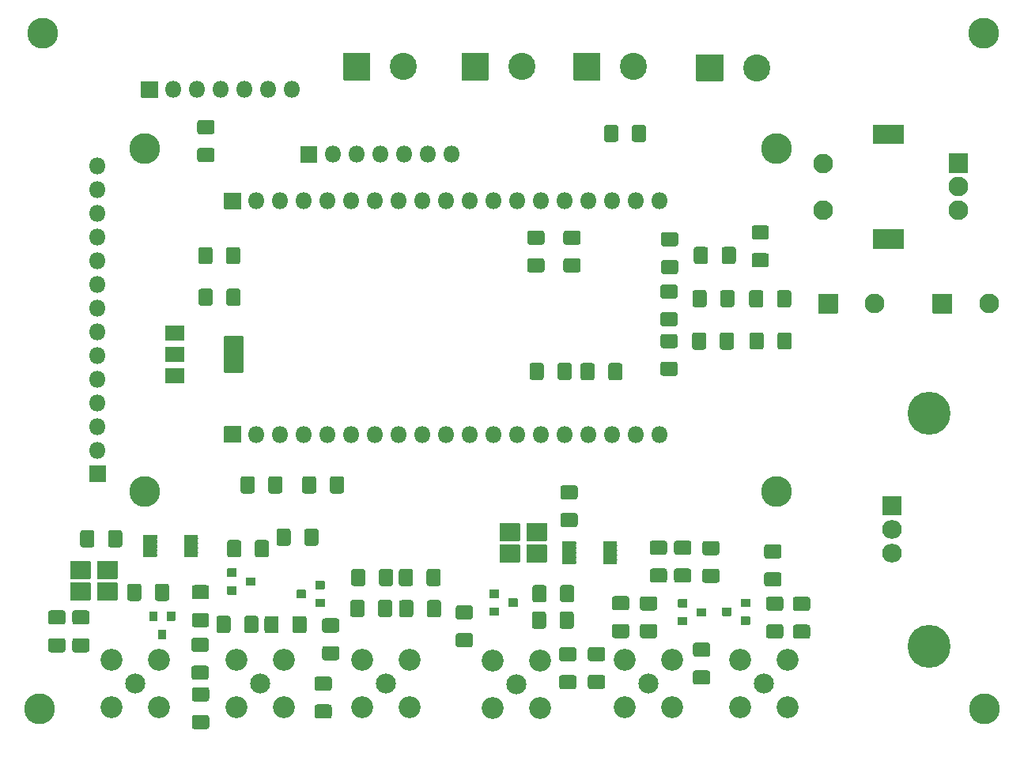
<source format=gbr>
G04 #@! TF.GenerationSoftware,KiCad,Pcbnew,(5.1.9)-1*
G04 #@! TF.CreationDate,2021-04-03T17:20:52+02:00*
G04 #@! TF.ProjectId,vfo-pcb,76666f2d-7063-4622-9e6b-696361645f70,rev?*
G04 #@! TF.SameCoordinates,Original*
G04 #@! TF.FileFunction,Soldermask,Top*
G04 #@! TF.FilePolarity,Negative*
%FSLAX46Y46*%
G04 Gerber Fmt 4.6, Leading zero omitted, Abs format (unit mm)*
G04 Created by KiCad (PCBNEW (5.1.9)-1) date 2021-04-03 17:20:52*
%MOMM*%
%LPD*%
G01*
G04 APERTURE LIST*
%ADD10C,2.102000*%
%ADD11C,3.302000*%
%ADD12C,4.602880*%
%ADD13O,1.802000X1.802000*%
%ADD14C,2.902000*%
%ADD15O,2.102000X2.007000*%
%ADD16C,2.152000*%
%ADD17C,2.352000*%
%ADD18C,0.100000*%
G04 APERTURE END LIST*
D10*
X147610000Y-84980000D03*
G36*
G01*
X141559000Y-85980000D02*
X141559000Y-83980000D01*
G75*
G02*
X141610000Y-83929000I51000J0D01*
G01*
X143610000Y-83929000D01*
G75*
G02*
X143661000Y-83980000I0J-51000D01*
G01*
X143661000Y-85980000D01*
G75*
G02*
X143610000Y-86031000I-51000J0D01*
G01*
X141610000Y-86031000D01*
G75*
G02*
X141559000Y-85980000I0J51000D01*
G01*
G37*
X135390000Y-84980000D03*
G36*
G01*
X129339000Y-85980000D02*
X129339000Y-83980000D01*
G75*
G02*
X129390000Y-83929000I51000J0D01*
G01*
X131390000Y-83929000D01*
G75*
G02*
X131441000Y-83980000I0J-51000D01*
G01*
X131441000Y-85980000D01*
G75*
G02*
X131390000Y-86031000I-51000J0D01*
G01*
X129390000Y-86031000D01*
G75*
G02*
X129339000Y-85980000I0J51000D01*
G01*
G37*
G36*
G01*
X63095894Y-68288000D02*
X64412106Y-68288000D01*
G75*
G02*
X64680000Y-68555894I0J-267894D01*
G01*
X64680000Y-69547106D01*
G75*
G02*
X64412106Y-69815000I-267894J0D01*
G01*
X63095894Y-69815000D01*
G75*
G02*
X62828000Y-69547106I0J267894D01*
G01*
X62828000Y-68555894D01*
G75*
G02*
X63095894Y-68288000I267894J0D01*
G01*
G37*
G36*
G01*
X63095894Y-65313000D02*
X64412106Y-65313000D01*
G75*
G02*
X64680000Y-65580894I0J-267894D01*
G01*
X64680000Y-66572106D01*
G75*
G02*
X64412106Y-66840000I-267894J0D01*
G01*
X63095894Y-66840000D01*
G75*
G02*
X62828000Y-66572106I0J267894D01*
G01*
X62828000Y-65580894D01*
G75*
G02*
X63095894Y-65313000I267894J0D01*
G01*
G37*
G36*
G01*
X75641894Y-127924000D02*
X76958106Y-127924000D01*
G75*
G02*
X77226000Y-128191894I0J-267894D01*
G01*
X77226000Y-129183106D01*
G75*
G02*
X76958106Y-129451000I-267894J0D01*
G01*
X75641894Y-129451000D01*
G75*
G02*
X75374000Y-129183106I0J267894D01*
G01*
X75374000Y-128191894D01*
G75*
G02*
X75641894Y-127924000I267894J0D01*
G01*
G37*
G36*
G01*
X75641894Y-124949000D02*
X76958106Y-124949000D01*
G75*
G02*
X77226000Y-125216894I0J-267894D01*
G01*
X77226000Y-126208106D01*
G75*
G02*
X76958106Y-126476000I-267894J0D01*
G01*
X75641894Y-126476000D01*
G75*
G02*
X75374000Y-126208106I0J267894D01*
G01*
X75374000Y-125216894D01*
G75*
G02*
X75641894Y-124949000I267894J0D01*
G01*
G37*
G36*
G01*
X62516894Y-129049000D02*
X63833106Y-129049000D01*
G75*
G02*
X64101000Y-129316894I0J-267894D01*
G01*
X64101000Y-130308106D01*
G75*
G02*
X63833106Y-130576000I-267894J0D01*
G01*
X62516894Y-130576000D01*
G75*
G02*
X62249000Y-130308106I0J267894D01*
G01*
X62249000Y-129316894D01*
G75*
G02*
X62516894Y-129049000I267894J0D01*
G01*
G37*
G36*
G01*
X62516894Y-126074000D02*
X63833106Y-126074000D01*
G75*
G02*
X64101000Y-126341894I0J-267894D01*
G01*
X64101000Y-127333106D01*
G75*
G02*
X63833106Y-127601000I-267894J0D01*
G01*
X62516894Y-127601000D01*
G75*
G02*
X62249000Y-127333106I0J267894D01*
G01*
X62249000Y-126341894D01*
G75*
G02*
X62516894Y-126074000I267894J0D01*
G01*
G37*
G36*
G01*
X80826000Y-113666894D02*
X80826000Y-114983106D01*
G75*
G02*
X80558106Y-115251000I-267894J0D01*
G01*
X79566894Y-115251000D01*
G75*
G02*
X79299000Y-114983106I0J267894D01*
G01*
X79299000Y-113666894D01*
G75*
G02*
X79566894Y-113399000I267894J0D01*
G01*
X80558106Y-113399000D01*
G75*
G02*
X80826000Y-113666894I0J-267894D01*
G01*
G37*
G36*
G01*
X83801000Y-113666894D02*
X83801000Y-114983106D01*
G75*
G02*
X83533106Y-115251000I-267894J0D01*
G01*
X82541894Y-115251000D01*
G75*
G02*
X82274000Y-114983106I0J267894D01*
G01*
X82274000Y-113666894D01*
G75*
G02*
X82541894Y-113399000I267894J0D01*
G01*
X83533106Y-113399000D01*
G75*
G02*
X83801000Y-113666894I0J-267894D01*
G01*
G37*
G36*
G01*
X66401000Y-118691894D02*
X66401000Y-120008106D01*
G75*
G02*
X66133106Y-120276000I-267894J0D01*
G01*
X65141894Y-120276000D01*
G75*
G02*
X64874000Y-120008106I0J267894D01*
G01*
X64874000Y-118691894D01*
G75*
G02*
X65141894Y-118424000I267894J0D01*
G01*
X66133106Y-118424000D01*
G75*
G02*
X66401000Y-118691894I0J-267894D01*
G01*
G37*
G36*
G01*
X69376000Y-118691894D02*
X69376000Y-120008106D01*
G75*
G02*
X69108106Y-120276000I-267894J0D01*
G01*
X68116894Y-120276000D01*
G75*
G02*
X67849000Y-120008106I0J267894D01*
G01*
X67849000Y-118691894D01*
G75*
G02*
X68116894Y-118424000I267894J0D01*
G01*
X69108106Y-118424000D01*
G75*
G02*
X69376000Y-118691894I0J-267894D01*
G01*
G37*
G36*
G01*
X47116894Y-120824000D02*
X48433106Y-120824000D01*
G75*
G02*
X48701000Y-121091894I0J-267894D01*
G01*
X48701000Y-122083106D01*
G75*
G02*
X48433106Y-122351000I-267894J0D01*
G01*
X47116894Y-122351000D01*
G75*
G02*
X46849000Y-122083106I0J267894D01*
G01*
X46849000Y-121091894D01*
G75*
G02*
X47116894Y-120824000I267894J0D01*
G01*
G37*
G36*
G01*
X47116894Y-117849000D02*
X48433106Y-117849000D01*
G75*
G02*
X48701000Y-118116894I0J-267894D01*
G01*
X48701000Y-119108106D01*
G75*
G02*
X48433106Y-119376000I-267894J0D01*
G01*
X47116894Y-119376000D01*
G75*
G02*
X46849000Y-119108106I0J267894D01*
G01*
X46849000Y-118116894D01*
G75*
G02*
X47116894Y-117849000I267894J0D01*
G01*
G37*
G36*
G01*
X80726000Y-116991894D02*
X80726000Y-118308106D01*
G75*
G02*
X80458106Y-118576000I-267894J0D01*
G01*
X79466894Y-118576000D01*
G75*
G02*
X79199000Y-118308106I0J267894D01*
G01*
X79199000Y-116991894D01*
G75*
G02*
X79466894Y-116724000I267894J0D01*
G01*
X80458106Y-116724000D01*
G75*
G02*
X80726000Y-116991894I0J-267894D01*
G01*
G37*
G36*
G01*
X83701000Y-116991894D02*
X83701000Y-118308106D01*
G75*
G02*
X83433106Y-118576000I-267894J0D01*
G01*
X82441894Y-118576000D01*
G75*
G02*
X82174000Y-118308106I0J267894D01*
G01*
X82174000Y-116991894D01*
G75*
G02*
X82441894Y-116724000I267894J0D01*
G01*
X83433106Y-116724000D01*
G75*
G02*
X83701000Y-116991894I0J-267894D01*
G01*
G37*
G36*
G01*
X106233106Y-123301000D02*
X104916894Y-123301000D01*
G75*
G02*
X104649000Y-123033106I0J267894D01*
G01*
X104649000Y-122041894D01*
G75*
G02*
X104916894Y-121774000I267894J0D01*
G01*
X106233106Y-121774000D01*
G75*
G02*
X106501000Y-122041894I0J-267894D01*
G01*
X106501000Y-123033106D01*
G75*
G02*
X106233106Y-123301000I-267894J0D01*
G01*
G37*
G36*
G01*
X106233106Y-126276000D02*
X104916894Y-126276000D01*
G75*
G02*
X104649000Y-126008106I0J267894D01*
G01*
X104649000Y-125016894D01*
G75*
G02*
X104916894Y-124749000I267894J0D01*
G01*
X106233106Y-124749000D01*
G75*
G02*
X106501000Y-125016894I0J-267894D01*
G01*
X106501000Y-126008106D01*
G75*
G02*
X106233106Y-126276000I-267894J0D01*
G01*
G37*
G36*
G01*
X103158106Y-123326000D02*
X101841894Y-123326000D01*
G75*
G02*
X101574000Y-123058106I0J267894D01*
G01*
X101574000Y-122066894D01*
G75*
G02*
X101841894Y-121799000I267894J0D01*
G01*
X103158106Y-121799000D01*
G75*
G02*
X103426000Y-122066894I0J-267894D01*
G01*
X103426000Y-123058106D01*
G75*
G02*
X103158106Y-123326000I-267894J0D01*
G01*
G37*
G36*
G01*
X103158106Y-126301000D02*
X101841894Y-126301000D01*
G75*
G02*
X101574000Y-126033106I0J267894D01*
G01*
X101574000Y-125041894D01*
G75*
G02*
X101841894Y-124774000I267894J0D01*
G01*
X103158106Y-124774000D01*
G75*
G02*
X103426000Y-125041894I0J-267894D01*
G01*
X103426000Y-126033106D01*
G75*
G02*
X103158106Y-126301000I-267894J0D01*
G01*
G37*
G36*
G01*
X107491894Y-119299000D02*
X108808106Y-119299000D01*
G75*
G02*
X109076000Y-119566894I0J-267894D01*
G01*
X109076000Y-120558106D01*
G75*
G02*
X108808106Y-120826000I-267894J0D01*
G01*
X107491894Y-120826000D01*
G75*
G02*
X107224000Y-120558106I0J267894D01*
G01*
X107224000Y-119566894D01*
G75*
G02*
X107491894Y-119299000I267894J0D01*
G01*
G37*
G36*
G01*
X107491894Y-116324000D02*
X108808106Y-116324000D01*
G75*
G02*
X109076000Y-116591894I0J-267894D01*
G01*
X109076000Y-117583106D01*
G75*
G02*
X108808106Y-117851000I-267894J0D01*
G01*
X107491894Y-117851000D01*
G75*
G02*
X107224000Y-117583106I0J267894D01*
G01*
X107224000Y-116591894D01*
G75*
G02*
X107491894Y-116324000I267894J0D01*
G01*
G37*
G36*
G01*
X101624000Y-119558106D02*
X101624000Y-118241894D01*
G75*
G02*
X101891894Y-117974000I267894J0D01*
G01*
X102883106Y-117974000D01*
G75*
G02*
X103151000Y-118241894I0J-267894D01*
G01*
X103151000Y-119558106D01*
G75*
G02*
X102883106Y-119826000I-267894J0D01*
G01*
X101891894Y-119826000D01*
G75*
G02*
X101624000Y-119558106I0J267894D01*
G01*
G37*
G36*
G01*
X98649000Y-119558106D02*
X98649000Y-118241894D01*
G75*
G02*
X98916894Y-117974000I267894J0D01*
G01*
X99908106Y-117974000D01*
G75*
G02*
X100176000Y-118241894I0J-267894D01*
G01*
X100176000Y-119558106D01*
G75*
G02*
X99908106Y-119826000I-267894J0D01*
G01*
X98916894Y-119826000D01*
G75*
G02*
X98649000Y-119558106I0J267894D01*
G01*
G37*
G36*
G01*
X128183106Y-117926000D02*
X126866894Y-117926000D01*
G75*
G02*
X126599000Y-117658106I0J267894D01*
G01*
X126599000Y-116666894D01*
G75*
G02*
X126866894Y-116399000I267894J0D01*
G01*
X128183106Y-116399000D01*
G75*
G02*
X128451000Y-116666894I0J-267894D01*
G01*
X128451000Y-117658106D01*
G75*
G02*
X128183106Y-117926000I-267894J0D01*
G01*
G37*
G36*
G01*
X128183106Y-120901000D02*
X126866894Y-120901000D01*
G75*
G02*
X126599000Y-120633106I0J267894D01*
G01*
X126599000Y-119641894D01*
G75*
G02*
X126866894Y-119374000I267894J0D01*
G01*
X128183106Y-119374000D01*
G75*
G02*
X128451000Y-119641894I0J-267894D01*
G01*
X128451000Y-120633106D01*
G75*
G02*
X128183106Y-120901000I-267894J0D01*
G01*
G37*
G36*
G01*
X125118106Y-112306000D02*
X123801894Y-112306000D01*
G75*
G02*
X123534000Y-112038106I0J267894D01*
G01*
X123534000Y-111046894D01*
G75*
G02*
X123801894Y-110779000I267894J0D01*
G01*
X125118106Y-110779000D01*
G75*
G02*
X125386000Y-111046894I0J-267894D01*
G01*
X125386000Y-112038106D01*
G75*
G02*
X125118106Y-112306000I-267894J0D01*
G01*
G37*
G36*
G01*
X125118106Y-115281000D02*
X123801894Y-115281000D01*
G75*
G02*
X123534000Y-115013106I0J267894D01*
G01*
X123534000Y-114021894D01*
G75*
G02*
X123801894Y-113754000I267894J0D01*
G01*
X125118106Y-113754000D01*
G75*
G02*
X125386000Y-114021894I0J-267894D01*
G01*
X125386000Y-115013106D01*
G75*
G02*
X125118106Y-115281000I-267894J0D01*
G01*
G37*
G36*
G01*
X72999000Y-120033106D02*
X72999000Y-118716894D01*
G75*
G02*
X73266894Y-118449000I267894J0D01*
G01*
X74258106Y-118449000D01*
G75*
G02*
X74526000Y-118716894I0J-267894D01*
G01*
X74526000Y-120033106D01*
G75*
G02*
X74258106Y-120301000I-267894J0D01*
G01*
X73266894Y-120301000D01*
G75*
G02*
X72999000Y-120033106I0J267894D01*
G01*
G37*
G36*
G01*
X70024000Y-120033106D02*
X70024000Y-118716894D01*
G75*
G02*
X70291894Y-118449000I267894J0D01*
G01*
X71283106Y-118449000D01*
G75*
G02*
X71551000Y-118716894I0J-267894D01*
G01*
X71551000Y-120033106D01*
G75*
G02*
X71283106Y-120301000I-267894J0D01*
G01*
X70291894Y-120301000D01*
G75*
G02*
X70024000Y-120033106I0J267894D01*
G01*
G37*
D11*
X147005040Y-56022240D03*
D12*
X141226540Y-121701560D03*
X141226540Y-96701560D03*
D11*
X45968920Y-128361440D03*
X46248320Y-56022240D03*
X147096480Y-128361440D03*
X57171360Y-105094520D03*
X124871360Y-105094520D03*
X124871360Y-68374520D03*
X57171360Y-68374520D03*
G36*
G01*
X116302680Y-118456660D02*
X116302680Y-117656660D01*
G75*
G02*
X116353680Y-117605660I51000J0D01*
G01*
X117253680Y-117605660D01*
G75*
G02*
X117304680Y-117656660I0J-51000D01*
G01*
X117304680Y-118456660D01*
G75*
G02*
X117253680Y-118507660I-51000J0D01*
G01*
X116353680Y-118507660D01*
G75*
G02*
X116302680Y-118456660I0J51000D01*
G01*
G37*
G36*
G01*
X114302680Y-119406660D02*
X114302680Y-118606660D01*
G75*
G02*
X114353680Y-118555660I51000J0D01*
G01*
X115253680Y-118555660D01*
G75*
G02*
X115304680Y-118606660I0J-51000D01*
G01*
X115304680Y-119406660D01*
G75*
G02*
X115253680Y-119457660I-51000J0D01*
G01*
X114353680Y-119457660D01*
G75*
G02*
X114302680Y-119406660I0J51000D01*
G01*
G37*
G36*
G01*
X114302680Y-117506660D02*
X114302680Y-116706660D01*
G75*
G02*
X114353680Y-116655660I51000J0D01*
G01*
X115253680Y-116655660D01*
G75*
G02*
X115304680Y-116706660I0J-51000D01*
G01*
X115304680Y-117506660D01*
G75*
G02*
X115253680Y-117557660I-51000J0D01*
G01*
X114353680Y-117557660D01*
G75*
G02*
X114302680Y-117506660I0J51000D01*
G01*
G37*
G36*
G01*
X96122380Y-117433040D02*
X96122380Y-116633040D01*
G75*
G02*
X96173380Y-116582040I51000J0D01*
G01*
X97073380Y-116582040D01*
G75*
G02*
X97124380Y-116633040I0J-51000D01*
G01*
X97124380Y-117433040D01*
G75*
G02*
X97073380Y-117484040I-51000J0D01*
G01*
X96173380Y-117484040D01*
G75*
G02*
X96122380Y-117433040I0J51000D01*
G01*
G37*
G36*
G01*
X94122380Y-118383040D02*
X94122380Y-117583040D01*
G75*
G02*
X94173380Y-117532040I51000J0D01*
G01*
X95073380Y-117532040D01*
G75*
G02*
X95124380Y-117583040I0J-51000D01*
G01*
X95124380Y-118383040D01*
G75*
G02*
X95073380Y-118434040I-51000J0D01*
G01*
X94173380Y-118434040D01*
G75*
G02*
X94122380Y-118383040I0J51000D01*
G01*
G37*
G36*
G01*
X94122380Y-116483040D02*
X94122380Y-115683040D01*
G75*
G02*
X94173380Y-115632040I51000J0D01*
G01*
X95073380Y-115632040D01*
G75*
G02*
X95124380Y-115683040I0J-51000D01*
G01*
X95124380Y-116483040D01*
G75*
G02*
X95073380Y-116534040I-51000J0D01*
G01*
X94173380Y-116534040D01*
G75*
G02*
X94122380Y-116483040I0J51000D01*
G01*
G37*
G36*
G01*
X120013840Y-117600780D02*
X120013840Y-118400780D01*
G75*
G02*
X119962840Y-118451780I-51000J0D01*
G01*
X119062840Y-118451780D01*
G75*
G02*
X119011840Y-118400780I0J51000D01*
G01*
X119011840Y-117600780D01*
G75*
G02*
X119062840Y-117549780I51000J0D01*
G01*
X119962840Y-117549780D01*
G75*
G02*
X120013840Y-117600780I0J-51000D01*
G01*
G37*
G36*
G01*
X122013840Y-116650780D02*
X122013840Y-117450780D01*
G75*
G02*
X121962840Y-117501780I-51000J0D01*
G01*
X121062840Y-117501780D01*
G75*
G02*
X121011840Y-117450780I0J51000D01*
G01*
X121011840Y-116650780D01*
G75*
G02*
X121062840Y-116599780I51000J0D01*
G01*
X121962840Y-116599780D01*
G75*
G02*
X122013840Y-116650780I0J-51000D01*
G01*
G37*
G36*
G01*
X122013840Y-118550780D02*
X122013840Y-119350780D01*
G75*
G02*
X121962840Y-119401780I-51000J0D01*
G01*
X121062840Y-119401780D01*
G75*
G02*
X121011840Y-119350780I0J51000D01*
G01*
X121011840Y-118550780D01*
G75*
G02*
X121062840Y-118499780I51000J0D01*
G01*
X121962840Y-118499780D01*
G75*
G02*
X122013840Y-118550780I0J-51000D01*
G01*
G37*
G36*
G01*
X68035060Y-115162280D02*
X68035060Y-114362280D01*
G75*
G02*
X68086060Y-114311280I51000J0D01*
G01*
X68986060Y-114311280D01*
G75*
G02*
X69037060Y-114362280I0J-51000D01*
G01*
X69037060Y-115162280D01*
G75*
G02*
X68986060Y-115213280I-51000J0D01*
G01*
X68086060Y-115213280D01*
G75*
G02*
X68035060Y-115162280I0J51000D01*
G01*
G37*
G36*
G01*
X66035060Y-116112280D02*
X66035060Y-115312280D01*
G75*
G02*
X66086060Y-115261280I51000J0D01*
G01*
X66986060Y-115261280D01*
G75*
G02*
X67037060Y-115312280I0J-51000D01*
G01*
X67037060Y-116112280D01*
G75*
G02*
X66986060Y-116163280I-51000J0D01*
G01*
X66086060Y-116163280D01*
G75*
G02*
X66035060Y-116112280I0J51000D01*
G01*
G37*
G36*
G01*
X66035060Y-114212280D02*
X66035060Y-113412280D01*
G75*
G02*
X66086060Y-113361280I51000J0D01*
G01*
X66986060Y-113361280D01*
G75*
G02*
X67037060Y-113412280I0J-51000D01*
G01*
X67037060Y-114212280D01*
G75*
G02*
X66986060Y-114263280I-51000J0D01*
G01*
X66086060Y-114263280D01*
G75*
G02*
X66035060Y-114212280I0J51000D01*
G01*
G37*
G36*
G01*
X58670240Y-119960280D02*
X59470240Y-119960280D01*
G75*
G02*
X59521240Y-120011280I0J-51000D01*
G01*
X59521240Y-120911280D01*
G75*
G02*
X59470240Y-120962280I-51000J0D01*
G01*
X58670240Y-120962280D01*
G75*
G02*
X58619240Y-120911280I0J51000D01*
G01*
X58619240Y-120011280D01*
G75*
G02*
X58670240Y-119960280I51000J0D01*
G01*
G37*
G36*
G01*
X57720240Y-117960280D02*
X58520240Y-117960280D01*
G75*
G02*
X58571240Y-118011280I0J-51000D01*
G01*
X58571240Y-118911280D01*
G75*
G02*
X58520240Y-118962280I-51000J0D01*
G01*
X57720240Y-118962280D01*
G75*
G02*
X57669240Y-118911280I0J51000D01*
G01*
X57669240Y-118011280D01*
G75*
G02*
X57720240Y-117960280I51000J0D01*
G01*
G37*
G36*
G01*
X59620240Y-117960280D02*
X60420240Y-117960280D01*
G75*
G02*
X60471240Y-118011280I0J-51000D01*
G01*
X60471240Y-118911280D01*
G75*
G02*
X60420240Y-118962280I-51000J0D01*
G01*
X59620240Y-118962280D01*
G75*
G02*
X59569240Y-118911280I0J51000D01*
G01*
X59569240Y-118011280D01*
G75*
G02*
X59620240Y-117960280I51000J0D01*
G01*
G37*
G36*
G01*
X74464020Y-115698320D02*
X74464020Y-116498320D01*
G75*
G02*
X74413020Y-116549320I-51000J0D01*
G01*
X73513020Y-116549320D01*
G75*
G02*
X73462020Y-116498320I0J51000D01*
G01*
X73462020Y-115698320D01*
G75*
G02*
X73513020Y-115647320I51000J0D01*
G01*
X74413020Y-115647320D01*
G75*
G02*
X74464020Y-115698320I0J-51000D01*
G01*
G37*
G36*
G01*
X76464020Y-114748320D02*
X76464020Y-115548320D01*
G75*
G02*
X76413020Y-115599320I-51000J0D01*
G01*
X75513020Y-115599320D01*
G75*
G02*
X75462020Y-115548320I0J51000D01*
G01*
X75462020Y-114748320D01*
G75*
G02*
X75513020Y-114697320I51000J0D01*
G01*
X76413020Y-114697320D01*
G75*
G02*
X76464020Y-114748320I0J-51000D01*
G01*
G37*
G36*
G01*
X76464020Y-116648320D02*
X76464020Y-117448320D01*
G75*
G02*
X76413020Y-117499320I-51000J0D01*
G01*
X75513020Y-117499320D01*
G75*
G02*
X75462020Y-117448320I0J51000D01*
G01*
X75462020Y-116648320D01*
G75*
G02*
X75513020Y-116597320I51000J0D01*
G01*
X76413020Y-116597320D01*
G75*
G02*
X76464020Y-116648320I0J-51000D01*
G01*
G37*
G36*
G01*
X87381180Y-114983506D02*
X87381180Y-113667294D01*
G75*
G02*
X87649074Y-113399400I267894J0D01*
G01*
X88640286Y-113399400D01*
G75*
G02*
X88908180Y-113667294I0J-267894D01*
G01*
X88908180Y-114983506D01*
G75*
G02*
X88640286Y-115251400I-267894J0D01*
G01*
X87649074Y-115251400D01*
G75*
G02*
X87381180Y-114983506I0J267894D01*
G01*
G37*
G36*
G01*
X84406180Y-114983506D02*
X84406180Y-113667294D01*
G75*
G02*
X84674074Y-113399400I267894J0D01*
G01*
X85665286Y-113399400D01*
G75*
G02*
X85933180Y-113667294I0J-267894D01*
G01*
X85933180Y-114983506D01*
G75*
G02*
X85665286Y-115251400I-267894J0D01*
G01*
X84674074Y-115251400D01*
G75*
G02*
X84406180Y-114983506I0J267894D01*
G01*
G37*
G36*
G01*
X77783106Y-120226000D02*
X76466894Y-120226000D01*
G75*
G02*
X76199000Y-119958106I0J267894D01*
G01*
X76199000Y-118966894D01*
G75*
G02*
X76466894Y-118699000I267894J0D01*
G01*
X77783106Y-118699000D01*
G75*
G02*
X78051000Y-118966894I0J-267894D01*
G01*
X78051000Y-119958106D01*
G75*
G02*
X77783106Y-120226000I-267894J0D01*
G01*
G37*
G36*
G01*
X77783106Y-123201000D02*
X76466894Y-123201000D01*
G75*
G02*
X76199000Y-122933106I0J267894D01*
G01*
X76199000Y-121941894D01*
G75*
G02*
X76466894Y-121674000I267894J0D01*
G01*
X77783106Y-121674000D01*
G75*
G02*
X78051000Y-121941894I0J-267894D01*
G01*
X78051000Y-122933106D01*
G75*
G02*
X77783106Y-123201000I-267894J0D01*
G01*
G37*
G36*
G01*
X56847640Y-115257334D02*
X56847640Y-116573546D01*
G75*
G02*
X56579746Y-116841440I-267894J0D01*
G01*
X55588534Y-116841440D01*
G75*
G02*
X55320640Y-116573546I0J267894D01*
G01*
X55320640Y-115257334D01*
G75*
G02*
X55588534Y-114989440I267894J0D01*
G01*
X56579746Y-114989440D01*
G75*
G02*
X56847640Y-115257334I0J-267894D01*
G01*
G37*
G36*
G01*
X59822640Y-115257334D02*
X59822640Y-116573546D01*
G75*
G02*
X59554746Y-116841440I-267894J0D01*
G01*
X58563534Y-116841440D01*
G75*
G02*
X58295640Y-116573546I0J267894D01*
G01*
X58295640Y-115257334D01*
G75*
G02*
X58563534Y-114989440I267894J0D01*
G01*
X59554746Y-114989440D01*
G75*
G02*
X59822640Y-115257334I0J-267894D01*
G01*
G37*
G36*
G01*
X110492294Y-119308980D02*
X111808506Y-119308980D01*
G75*
G02*
X112076400Y-119576874I0J-267894D01*
G01*
X112076400Y-120568086D01*
G75*
G02*
X111808506Y-120835980I-267894J0D01*
G01*
X110492294Y-120835980D01*
G75*
G02*
X110224400Y-120568086I0J267894D01*
G01*
X110224400Y-119576874D01*
G75*
G02*
X110492294Y-119308980I267894J0D01*
G01*
G37*
G36*
G01*
X110492294Y-116333980D02*
X111808506Y-116333980D01*
G75*
G02*
X112076400Y-116601874I0J-267894D01*
G01*
X112076400Y-117593086D01*
G75*
G02*
X111808506Y-117860980I-267894J0D01*
G01*
X110492294Y-117860980D01*
G75*
G02*
X110224400Y-117593086I0J267894D01*
G01*
X110224400Y-116601874D01*
G75*
G02*
X110492294Y-116333980I267894J0D01*
G01*
G37*
G36*
G01*
X90761574Y-120279260D02*
X92077786Y-120279260D01*
G75*
G02*
X92345680Y-120547154I0J-267894D01*
G01*
X92345680Y-121538366D01*
G75*
G02*
X92077786Y-121806260I-267894J0D01*
G01*
X90761574Y-121806260D01*
G75*
G02*
X90493680Y-121538366I0J267894D01*
G01*
X90493680Y-120547154D01*
G75*
G02*
X90761574Y-120279260I267894J0D01*
G01*
G37*
G36*
G01*
X90761574Y-117304260D02*
X92077786Y-117304260D01*
G75*
G02*
X92345680Y-117572154I0J-267894D01*
G01*
X92345680Y-118563366D01*
G75*
G02*
X92077786Y-118831260I-267894J0D01*
G01*
X90761574Y-118831260D01*
G75*
G02*
X90493680Y-118563366I0J267894D01*
G01*
X90493680Y-117572154D01*
G75*
G02*
X90761574Y-117304260I267894J0D01*
G01*
G37*
G36*
G01*
X124002554Y-119339460D02*
X125318766Y-119339460D01*
G75*
G02*
X125586660Y-119607354I0J-267894D01*
G01*
X125586660Y-120598566D01*
G75*
G02*
X125318766Y-120866460I-267894J0D01*
G01*
X124002554Y-120866460D01*
G75*
G02*
X123734660Y-120598566I0J267894D01*
G01*
X123734660Y-119607354D01*
G75*
G02*
X124002554Y-119339460I267894J0D01*
G01*
G37*
G36*
G01*
X124002554Y-116364460D02*
X125318766Y-116364460D01*
G75*
G02*
X125586660Y-116632354I0J-267894D01*
G01*
X125586660Y-117623566D01*
G75*
G02*
X125318766Y-117891460I-267894J0D01*
G01*
X124002554Y-117891460D01*
G75*
G02*
X123734660Y-117623566I0J267894D01*
G01*
X123734660Y-116632354D01*
G75*
G02*
X124002554Y-116364460I267894J0D01*
G01*
G37*
G36*
G01*
X101673760Y-116718326D02*
X101673760Y-115402114D01*
G75*
G02*
X101941654Y-115134220I267894J0D01*
G01*
X102932866Y-115134220D01*
G75*
G02*
X103200760Y-115402114I0J-267894D01*
G01*
X103200760Y-116718326D01*
G75*
G02*
X102932866Y-116986220I-267894J0D01*
G01*
X101941654Y-116986220D01*
G75*
G02*
X101673760Y-116718326I0J267894D01*
G01*
G37*
G36*
G01*
X98698760Y-116718326D02*
X98698760Y-115402114D01*
G75*
G02*
X98966654Y-115134220I267894J0D01*
G01*
X99957866Y-115134220D01*
G75*
G02*
X100225760Y-115402114I0J-267894D01*
G01*
X100225760Y-116718326D01*
G75*
G02*
X99957866Y-116986220I-267894J0D01*
G01*
X98966654Y-116986220D01*
G75*
G02*
X98698760Y-116718326I0J267894D01*
G01*
G37*
G36*
G01*
X115463566Y-111909760D02*
X114147354Y-111909760D01*
G75*
G02*
X113879460Y-111641866I0J267894D01*
G01*
X113879460Y-110650654D01*
G75*
G02*
X114147354Y-110382760I267894J0D01*
G01*
X115463566Y-110382760D01*
G75*
G02*
X115731460Y-110650654I0J-267894D01*
G01*
X115731460Y-111641866D01*
G75*
G02*
X115463566Y-111909760I-267894J0D01*
G01*
G37*
G36*
G01*
X115463566Y-114884760D02*
X114147354Y-114884760D01*
G75*
G02*
X113879460Y-114616866I0J267894D01*
G01*
X113879460Y-113625654D01*
G75*
G02*
X114147354Y-113357760I267894J0D01*
G01*
X115463566Y-113357760D01*
G75*
G02*
X115731460Y-113625654I0J-267894D01*
G01*
X115731460Y-114616866D01*
G75*
G02*
X115463566Y-114884760I-267894J0D01*
G01*
G37*
G36*
G01*
X118478546Y-111930080D02*
X117162334Y-111930080D01*
G75*
G02*
X116894440Y-111662186I0J267894D01*
G01*
X116894440Y-110670974D01*
G75*
G02*
X117162334Y-110403080I267894J0D01*
G01*
X118478546Y-110403080D01*
G75*
G02*
X118746440Y-110670974I0J-267894D01*
G01*
X118746440Y-111662186D01*
G75*
G02*
X118478546Y-111930080I-267894J0D01*
G01*
G37*
G36*
G01*
X118478546Y-114905080D02*
X117162334Y-114905080D01*
G75*
G02*
X116894440Y-114637186I0J267894D01*
G01*
X116894440Y-113645974D01*
G75*
G02*
X117162334Y-113378080I267894J0D01*
G01*
X118478546Y-113378080D01*
G75*
G02*
X118746440Y-113645974I0J-267894D01*
G01*
X118746440Y-114637186D01*
G75*
G02*
X118478546Y-114905080I-267894J0D01*
G01*
G37*
G36*
G01*
X58563880Y-62948120D02*
X56863880Y-62948120D01*
G75*
G02*
X56812880Y-62897120I0J51000D01*
G01*
X56812880Y-61197120D01*
G75*
G02*
X56863880Y-61146120I51000J0D01*
G01*
X58563880Y-61146120D01*
G75*
G02*
X58614880Y-61197120I0J-51000D01*
G01*
X58614880Y-62897120D01*
G75*
G02*
X58563880Y-62948120I-51000J0D01*
G01*
G37*
D13*
X60253880Y-62047120D03*
X62793880Y-62047120D03*
X65333880Y-62047120D03*
X67873880Y-62047120D03*
X70413880Y-62047120D03*
X72953880Y-62047120D03*
G36*
G01*
X61413320Y-110081960D02*
X61413320Y-109781960D01*
G75*
G02*
X61464320Y-109730960I51000J0D01*
G01*
X62864320Y-109730960D01*
G75*
G02*
X62915320Y-109781960I0J-51000D01*
G01*
X62915320Y-110081960D01*
G75*
G02*
X62864320Y-110132960I-51000J0D01*
G01*
X61464320Y-110132960D01*
G75*
G02*
X61413320Y-110081960I0J51000D01*
G01*
G37*
G36*
G01*
X61413320Y-110581960D02*
X61413320Y-110281960D01*
G75*
G02*
X61464320Y-110230960I51000J0D01*
G01*
X62864320Y-110230960D01*
G75*
G02*
X62915320Y-110281960I0J-51000D01*
G01*
X62915320Y-110581960D01*
G75*
G02*
X62864320Y-110632960I-51000J0D01*
G01*
X61464320Y-110632960D01*
G75*
G02*
X61413320Y-110581960I0J51000D01*
G01*
G37*
G36*
G01*
X61413320Y-111081960D02*
X61413320Y-110781960D01*
G75*
G02*
X61464320Y-110730960I51000J0D01*
G01*
X62864320Y-110730960D01*
G75*
G02*
X62915320Y-110781960I0J-51000D01*
G01*
X62915320Y-111081960D01*
G75*
G02*
X62864320Y-111132960I-51000J0D01*
G01*
X61464320Y-111132960D01*
G75*
G02*
X61413320Y-111081960I0J51000D01*
G01*
G37*
G36*
G01*
X61413320Y-111581960D02*
X61413320Y-111281960D01*
G75*
G02*
X61464320Y-111230960I51000J0D01*
G01*
X62864320Y-111230960D01*
G75*
G02*
X62915320Y-111281960I0J-51000D01*
G01*
X62915320Y-111581960D01*
G75*
G02*
X62864320Y-111632960I-51000J0D01*
G01*
X61464320Y-111632960D01*
G75*
G02*
X61413320Y-111581960I0J51000D01*
G01*
G37*
G36*
G01*
X61413320Y-112081960D02*
X61413320Y-111781960D01*
G75*
G02*
X61464320Y-111730960I51000J0D01*
G01*
X62864320Y-111730960D01*
G75*
G02*
X62915320Y-111781960I0J-51000D01*
G01*
X62915320Y-112081960D01*
G75*
G02*
X62864320Y-112132960I-51000J0D01*
G01*
X61464320Y-112132960D01*
G75*
G02*
X61413320Y-112081960I0J51000D01*
G01*
G37*
G36*
G01*
X57013320Y-112081960D02*
X57013320Y-111781960D01*
G75*
G02*
X57064320Y-111730960I51000J0D01*
G01*
X58464320Y-111730960D01*
G75*
G02*
X58515320Y-111781960I0J-51000D01*
G01*
X58515320Y-112081960D01*
G75*
G02*
X58464320Y-112132960I-51000J0D01*
G01*
X57064320Y-112132960D01*
G75*
G02*
X57013320Y-112081960I0J51000D01*
G01*
G37*
G36*
G01*
X57013320Y-111581960D02*
X57013320Y-111281960D01*
G75*
G02*
X57064320Y-111230960I51000J0D01*
G01*
X58464320Y-111230960D01*
G75*
G02*
X58515320Y-111281960I0J-51000D01*
G01*
X58515320Y-111581960D01*
G75*
G02*
X58464320Y-111632960I-51000J0D01*
G01*
X57064320Y-111632960D01*
G75*
G02*
X57013320Y-111581960I0J51000D01*
G01*
G37*
G36*
G01*
X57013320Y-111081960D02*
X57013320Y-110781960D01*
G75*
G02*
X57064320Y-110730960I51000J0D01*
G01*
X58464320Y-110730960D01*
G75*
G02*
X58515320Y-110781960I0J-51000D01*
G01*
X58515320Y-111081960D01*
G75*
G02*
X58464320Y-111132960I-51000J0D01*
G01*
X57064320Y-111132960D01*
G75*
G02*
X57013320Y-111081960I0J51000D01*
G01*
G37*
G36*
G01*
X57013320Y-110581960D02*
X57013320Y-110281960D01*
G75*
G02*
X57064320Y-110230960I51000J0D01*
G01*
X58464320Y-110230960D01*
G75*
G02*
X58515320Y-110281960I0J-51000D01*
G01*
X58515320Y-110581960D01*
G75*
G02*
X58464320Y-110632960I-51000J0D01*
G01*
X57064320Y-110632960D01*
G75*
G02*
X57013320Y-110581960I0J51000D01*
G01*
G37*
G36*
G01*
X57013320Y-110081960D02*
X57013320Y-109781960D01*
G75*
G02*
X57064320Y-109730960I51000J0D01*
G01*
X58464320Y-109730960D01*
G75*
G02*
X58515320Y-109781960I0J-51000D01*
G01*
X58515320Y-110081960D01*
G75*
G02*
X58464320Y-110132960I-51000J0D01*
G01*
X57064320Y-110132960D01*
G75*
G02*
X57013320Y-110081960I0J51000D01*
G01*
G37*
X112323880Y-98983800D03*
X109783880Y-98983800D03*
X107243880Y-98983800D03*
X104703880Y-98983800D03*
X102163880Y-98983800D03*
X99623880Y-98983800D03*
X97083880Y-98983800D03*
X94543880Y-98983800D03*
X92003880Y-98983800D03*
X89463880Y-98983800D03*
X86923880Y-98983800D03*
X84383880Y-98983800D03*
X81843880Y-98983800D03*
X79303880Y-98983800D03*
X76763880Y-98983800D03*
X74223880Y-98983800D03*
X71683880Y-98983800D03*
X69143880Y-98983800D03*
G36*
G01*
X67453880Y-99884800D02*
X65753880Y-99884800D01*
G75*
G02*
X65702880Y-99833800I0J51000D01*
G01*
X65702880Y-98133800D01*
G75*
G02*
X65753880Y-98082800I51000J0D01*
G01*
X67453880Y-98082800D01*
G75*
G02*
X67504880Y-98133800I0J-51000D01*
G01*
X67504880Y-99833800D01*
G75*
G02*
X67453880Y-99884800I-51000J0D01*
G01*
G37*
G36*
G01*
X67453880Y-74884800D02*
X65753880Y-74884800D01*
G75*
G02*
X65702880Y-74833800I0J51000D01*
G01*
X65702880Y-73133800D01*
G75*
G02*
X65753880Y-73082800I51000J0D01*
G01*
X67453880Y-73082800D01*
G75*
G02*
X67504880Y-73133800I0J-51000D01*
G01*
X67504880Y-74833800D01*
G75*
G02*
X67453880Y-74884800I-51000J0D01*
G01*
G37*
X69143880Y-73983800D03*
X71683880Y-73983800D03*
X74223880Y-73983800D03*
X76763880Y-73983800D03*
X79303880Y-73983800D03*
X81843880Y-73983800D03*
X84383880Y-73983800D03*
X86923880Y-73983800D03*
X89463880Y-73983800D03*
X92003880Y-73983800D03*
X94543880Y-73983800D03*
X97083880Y-73983800D03*
X99623880Y-73983800D03*
X102163880Y-73983800D03*
X104703880Y-73983800D03*
X107243880Y-73983800D03*
X109783880Y-73983800D03*
X112323880Y-73983800D03*
G36*
G01*
X103095400Y-60998560D02*
X103095400Y-58198560D01*
G75*
G02*
X103146400Y-58147560I51000J0D01*
G01*
X105946400Y-58147560D01*
G75*
G02*
X105997400Y-58198560I0J-51000D01*
G01*
X105997400Y-60998560D01*
G75*
G02*
X105946400Y-61049560I-51000J0D01*
G01*
X103146400Y-61049560D01*
G75*
G02*
X103095400Y-60998560I0J51000D01*
G01*
G37*
D14*
X109546400Y-59598560D03*
X84908400Y-59598560D03*
G36*
G01*
X78457400Y-60998560D02*
X78457400Y-58198560D01*
G75*
G02*
X78508400Y-58147560I51000J0D01*
G01*
X81308400Y-58147560D01*
G75*
G02*
X81359400Y-58198560I0J-51000D01*
G01*
X81359400Y-60998560D01*
G75*
G02*
X81308400Y-61049560I-51000J0D01*
G01*
X78508400Y-61049560D01*
G75*
G02*
X78457400Y-60998560I0J51000D01*
G01*
G37*
G36*
G01*
X51260440Y-104085760D02*
X51260440Y-102385760D01*
G75*
G02*
X51311440Y-102334760I51000J0D01*
G01*
X53011440Y-102334760D01*
G75*
G02*
X53062440Y-102385760I0J-51000D01*
G01*
X53062440Y-104085760D01*
G75*
G02*
X53011440Y-104136760I-51000J0D01*
G01*
X51311440Y-104136760D01*
G75*
G02*
X51260440Y-104085760I0J51000D01*
G01*
G37*
D13*
X52161440Y-100695760D03*
X52161440Y-98155760D03*
X52161440Y-95615760D03*
X52161440Y-93075760D03*
X52161440Y-90535760D03*
X52161440Y-87995760D03*
X52161440Y-85455760D03*
X52161440Y-82915760D03*
X52161440Y-80375760D03*
X52161440Y-77835760D03*
X52161440Y-75295760D03*
X52161440Y-72755760D03*
X52161440Y-70215760D03*
G36*
G01*
X145378880Y-68936360D02*
X145378880Y-70936360D01*
G75*
G02*
X145327880Y-70987360I-51000J0D01*
G01*
X143327880Y-70987360D01*
G75*
G02*
X143276880Y-70936360I0J51000D01*
G01*
X143276880Y-68936360D01*
G75*
G02*
X143327880Y-68885360I51000J0D01*
G01*
X145327880Y-68885360D01*
G75*
G02*
X145378880Y-68936360I0J-51000D01*
G01*
G37*
D10*
X144327880Y-72436360D03*
X144327880Y-74936360D03*
G36*
G01*
X138478880Y-65836360D02*
X138478880Y-67836360D01*
G75*
G02*
X138427880Y-67887360I-51000J0D01*
G01*
X135227880Y-67887360D01*
G75*
G02*
X135176880Y-67836360I0J51000D01*
G01*
X135176880Y-65836360D01*
G75*
G02*
X135227880Y-65785360I51000J0D01*
G01*
X138427880Y-65785360D01*
G75*
G02*
X138478880Y-65836360I0J-51000D01*
G01*
G37*
G36*
G01*
X138478880Y-77036360D02*
X138478880Y-79036360D01*
G75*
G02*
X138427880Y-79087360I-51000J0D01*
G01*
X135227880Y-79087360D01*
G75*
G02*
X135176880Y-79036360I0J51000D01*
G01*
X135176880Y-77036360D01*
G75*
G02*
X135227880Y-76985360I51000J0D01*
G01*
X138427880Y-76985360D01*
G75*
G02*
X138478880Y-77036360I0J-51000D01*
G01*
G37*
X129827880Y-69936360D03*
X129827880Y-74936360D03*
D14*
X97572840Y-59598560D03*
G36*
G01*
X91121840Y-60998560D02*
X91121840Y-58198560D01*
G75*
G02*
X91172840Y-58147560I51000J0D01*
G01*
X93972840Y-58147560D01*
G75*
G02*
X94023840Y-58198560I0J-51000D01*
G01*
X94023840Y-60998560D01*
G75*
G02*
X93972840Y-61049560I-51000J0D01*
G01*
X91172840Y-61049560D01*
G75*
G02*
X91121840Y-60998560I0J51000D01*
G01*
G37*
G36*
G01*
X116247520Y-61100160D02*
X116247520Y-58300160D01*
G75*
G02*
X116298520Y-58249160I51000J0D01*
G01*
X119098520Y-58249160D01*
G75*
G02*
X119149520Y-58300160I0J-51000D01*
G01*
X119149520Y-61100160D01*
G75*
G02*
X119098520Y-61151160I-51000J0D01*
G01*
X116298520Y-61151160D01*
G75*
G02*
X116247520Y-61100160I0J51000D01*
G01*
G37*
X122698520Y-59700160D03*
G36*
G01*
X136213340Y-105651100D02*
X138213340Y-105651100D01*
G75*
G02*
X138264340Y-105702100I0J-51000D01*
G01*
X138264340Y-107607100D01*
G75*
G02*
X138213340Y-107658100I-51000J0D01*
G01*
X136213340Y-107658100D01*
G75*
G02*
X136162340Y-107607100I0J51000D01*
G01*
X136162340Y-105702100D01*
G75*
G02*
X136213340Y-105651100I51000J0D01*
G01*
G37*
D15*
X137213340Y-109194600D03*
X137213340Y-111734600D03*
G36*
G01*
X75642840Y-69892480D02*
X73942840Y-69892480D01*
G75*
G02*
X73891840Y-69841480I0J51000D01*
G01*
X73891840Y-68141480D01*
G75*
G02*
X73942840Y-68090480I51000J0D01*
G01*
X75642840Y-68090480D01*
G75*
G02*
X75693840Y-68141480I0J-51000D01*
G01*
X75693840Y-69841480D01*
G75*
G02*
X75642840Y-69892480I-51000J0D01*
G01*
G37*
D13*
X77332840Y-68991480D03*
X79872840Y-68991480D03*
X82412840Y-68991480D03*
X84952840Y-68991480D03*
X87492840Y-68991480D03*
X90032840Y-68991480D03*
G36*
G01*
X106824880Y-92931226D02*
X106824880Y-91615014D01*
G75*
G02*
X107092774Y-91347120I267894J0D01*
G01*
X108083986Y-91347120D01*
G75*
G02*
X108351880Y-91615014I0J-267894D01*
G01*
X108351880Y-92931226D01*
G75*
G02*
X108083986Y-93199120I-267894J0D01*
G01*
X107092774Y-93199120D01*
G75*
G02*
X106824880Y-92931226I0J267894D01*
G01*
G37*
G36*
G01*
X103849880Y-92931226D02*
X103849880Y-91615014D01*
G75*
G02*
X104117774Y-91347120I267894J0D01*
G01*
X105108986Y-91347120D01*
G75*
G02*
X105376880Y-91615014I0J-267894D01*
G01*
X105376880Y-92931226D01*
G75*
G02*
X105108986Y-93199120I-267894J0D01*
G01*
X104117774Y-93199120D01*
G75*
G02*
X103849880Y-92931226I0J267894D01*
G01*
G37*
G36*
G01*
X102911200Y-91590774D02*
X102911200Y-92906986D01*
G75*
G02*
X102643306Y-93174880I-267894J0D01*
G01*
X101652094Y-93174880D01*
G75*
G02*
X101384200Y-92906986I0J267894D01*
G01*
X101384200Y-91590774D01*
G75*
G02*
X101652094Y-91322880I267894J0D01*
G01*
X102643306Y-91322880D01*
G75*
G02*
X102911200Y-91590774I0J-267894D01*
G01*
G37*
G36*
G01*
X99936200Y-91590774D02*
X99936200Y-92906986D01*
G75*
G02*
X99668306Y-93174880I-267894J0D01*
G01*
X98677094Y-93174880D01*
G75*
G02*
X98409200Y-92906986I0J267894D01*
G01*
X98409200Y-91590774D01*
G75*
G02*
X98677094Y-91322880I267894J0D01*
G01*
X99668306Y-91322880D01*
G75*
G02*
X99936200Y-91590774I0J-267894D01*
G01*
G37*
G36*
G01*
X126421440Y-83807054D02*
X126421440Y-85123266D01*
G75*
G02*
X126153546Y-85391160I-267894J0D01*
G01*
X125162334Y-85391160D01*
G75*
G02*
X124894440Y-85123266I0J267894D01*
G01*
X124894440Y-83807054D01*
G75*
G02*
X125162334Y-83539160I267894J0D01*
G01*
X126153546Y-83539160D01*
G75*
G02*
X126421440Y-83807054I0J-267894D01*
G01*
G37*
G36*
G01*
X123446440Y-83807054D02*
X123446440Y-85123266D01*
G75*
G02*
X123178546Y-85391160I-267894J0D01*
G01*
X122187334Y-85391160D01*
G75*
G02*
X121919440Y-85123266I0J267894D01*
G01*
X121919440Y-83807054D01*
G75*
G02*
X122187334Y-83539160I267894J0D01*
G01*
X123178546Y-83539160D01*
G75*
G02*
X123446440Y-83807054I0J-267894D01*
G01*
G37*
G36*
G01*
X126462080Y-88323174D02*
X126462080Y-89639386D01*
G75*
G02*
X126194186Y-89907280I-267894J0D01*
G01*
X125202974Y-89907280D01*
G75*
G02*
X124935080Y-89639386I0J267894D01*
G01*
X124935080Y-88323174D01*
G75*
G02*
X125202974Y-88055280I267894J0D01*
G01*
X126194186Y-88055280D01*
G75*
G02*
X126462080Y-88323174I0J-267894D01*
G01*
G37*
G36*
G01*
X123487080Y-88323174D02*
X123487080Y-89639386D01*
G75*
G02*
X123219186Y-89907280I-267894J0D01*
G01*
X122227974Y-89907280D01*
G75*
G02*
X121960080Y-89639386I0J267894D01*
G01*
X121960080Y-88323174D01*
G75*
G02*
X122227974Y-88055280I267894J0D01*
G01*
X123219186Y-88055280D01*
G75*
G02*
X123487080Y-88323174I0J-267894D01*
G01*
G37*
G36*
G01*
X122450614Y-79575760D02*
X123766826Y-79575760D01*
G75*
G02*
X124034720Y-79843654I0J-267894D01*
G01*
X124034720Y-80834866D01*
G75*
G02*
X123766826Y-81102760I-267894J0D01*
G01*
X122450614Y-81102760D01*
G75*
G02*
X122182720Y-80834866I0J267894D01*
G01*
X122182720Y-79843654D01*
G75*
G02*
X122450614Y-79575760I267894J0D01*
G01*
G37*
G36*
G01*
X122450614Y-76600760D02*
X123766826Y-76600760D01*
G75*
G02*
X124034720Y-76868654I0J-267894D01*
G01*
X124034720Y-77859866D01*
G75*
G02*
X123766826Y-78127760I-267894J0D01*
G01*
X122450614Y-78127760D01*
G75*
G02*
X122182720Y-77859866I0J267894D01*
G01*
X122182720Y-76868654D01*
G75*
G02*
X122450614Y-76600760I267894J0D01*
G01*
G37*
G36*
G01*
X103614466Y-78676400D02*
X102298254Y-78676400D01*
G75*
G02*
X102030360Y-78408506I0J267894D01*
G01*
X102030360Y-77417294D01*
G75*
G02*
X102298254Y-77149400I267894J0D01*
G01*
X103614466Y-77149400D01*
G75*
G02*
X103882360Y-77417294I0J-267894D01*
G01*
X103882360Y-78408506D01*
G75*
G02*
X103614466Y-78676400I-267894J0D01*
G01*
G37*
G36*
G01*
X103614466Y-81651400D02*
X102298254Y-81651400D01*
G75*
G02*
X102030360Y-81383506I0J267894D01*
G01*
X102030360Y-80392294D01*
G75*
G02*
X102298254Y-80124400I267894J0D01*
G01*
X103614466Y-80124400D01*
G75*
G02*
X103882360Y-80392294I0J-267894D01*
G01*
X103882360Y-81383506D01*
G75*
G02*
X103614466Y-81651400I-267894J0D01*
G01*
G37*
G36*
G01*
X99743506Y-81651400D02*
X98427294Y-81651400D01*
G75*
G02*
X98159400Y-81383506I0J267894D01*
G01*
X98159400Y-80392294D01*
G75*
G02*
X98427294Y-80124400I267894J0D01*
G01*
X99743506Y-80124400D01*
G75*
G02*
X100011400Y-80392294I0J-267894D01*
G01*
X100011400Y-81383506D01*
G75*
G02*
X99743506Y-81651400I-267894J0D01*
G01*
G37*
G36*
G01*
X99743506Y-78676400D02*
X98427294Y-78676400D01*
G75*
G02*
X98159400Y-78408506I0J267894D01*
G01*
X98159400Y-77417294D01*
G75*
G02*
X98427294Y-77149400I267894J0D01*
G01*
X99743506Y-77149400D01*
G75*
G02*
X100011400Y-77417294I0J-267894D01*
G01*
X100011400Y-78408506D01*
G75*
G02*
X99743506Y-78676400I-267894J0D01*
G01*
G37*
G36*
G01*
X110886800Y-66082934D02*
X110886800Y-67399146D01*
G75*
G02*
X110618906Y-67667040I-267894J0D01*
G01*
X109627694Y-67667040D01*
G75*
G02*
X109359800Y-67399146I0J267894D01*
G01*
X109359800Y-66082934D01*
G75*
G02*
X109627694Y-65815040I267894J0D01*
G01*
X110618906Y-65815040D01*
G75*
G02*
X110886800Y-66082934I0J-267894D01*
G01*
G37*
G36*
G01*
X107911800Y-66082934D02*
X107911800Y-67399146D01*
G75*
G02*
X107643906Y-67667040I-267894J0D01*
G01*
X106652694Y-67667040D01*
G75*
G02*
X106384800Y-67399146I0J267894D01*
G01*
X106384800Y-66082934D01*
G75*
G02*
X106652694Y-65815040I267894J0D01*
G01*
X107643906Y-65815040D01*
G75*
G02*
X107911800Y-66082934I0J-267894D01*
G01*
G37*
G36*
G01*
X115843760Y-85102946D02*
X115843760Y-83786734D01*
G75*
G02*
X116111654Y-83518840I267894J0D01*
G01*
X117102866Y-83518840D01*
G75*
G02*
X117370760Y-83786734I0J-267894D01*
G01*
X117370760Y-85102946D01*
G75*
G02*
X117102866Y-85370840I-267894J0D01*
G01*
X116111654Y-85370840D01*
G75*
G02*
X115843760Y-85102946I0J267894D01*
G01*
G37*
G36*
G01*
X118818760Y-85102946D02*
X118818760Y-83786734D01*
G75*
G02*
X119086654Y-83518840I267894J0D01*
G01*
X120077866Y-83518840D01*
G75*
G02*
X120345760Y-83786734I0J-267894D01*
G01*
X120345760Y-85102946D01*
G75*
G02*
X120077866Y-85370840I-267894J0D01*
G01*
X119086654Y-85370840D01*
G75*
G02*
X118818760Y-85102946I0J267894D01*
G01*
G37*
G36*
G01*
X118773040Y-89649546D02*
X118773040Y-88333334D01*
G75*
G02*
X119040934Y-88065440I267894J0D01*
G01*
X120032146Y-88065440D01*
G75*
G02*
X120300040Y-88333334I0J-267894D01*
G01*
X120300040Y-89649546D01*
G75*
G02*
X120032146Y-89917440I-267894J0D01*
G01*
X119040934Y-89917440D01*
G75*
G02*
X118773040Y-89649546I0J267894D01*
G01*
G37*
G36*
G01*
X115798040Y-89649546D02*
X115798040Y-88333334D01*
G75*
G02*
X116065934Y-88065440I267894J0D01*
G01*
X117057146Y-88065440D01*
G75*
G02*
X117325040Y-88333334I0J-267894D01*
G01*
X117325040Y-89649546D01*
G75*
G02*
X117057146Y-89917440I-267894J0D01*
G01*
X116065934Y-89917440D01*
G75*
G02*
X115798040Y-89649546I0J267894D01*
G01*
G37*
G36*
G01*
X115996160Y-80485226D02*
X115996160Y-79169014D01*
G75*
G02*
X116264054Y-78901120I267894J0D01*
G01*
X117255266Y-78901120D01*
G75*
G02*
X117523160Y-79169014I0J-267894D01*
G01*
X117523160Y-80485226D01*
G75*
G02*
X117255266Y-80753120I-267894J0D01*
G01*
X116264054Y-80753120D01*
G75*
G02*
X115996160Y-80485226I0J267894D01*
G01*
G37*
G36*
G01*
X118971160Y-80485226D02*
X118971160Y-79169014D01*
G75*
G02*
X119239054Y-78901120I267894J0D01*
G01*
X120230266Y-78901120D01*
G75*
G02*
X120498160Y-79169014I0J-267894D01*
G01*
X120498160Y-80485226D01*
G75*
G02*
X120230266Y-80753120I-267894J0D01*
G01*
X119239054Y-80753120D01*
G75*
G02*
X118971160Y-80485226I0J267894D01*
G01*
G37*
G36*
G01*
X113987826Y-87422280D02*
X112671614Y-87422280D01*
G75*
G02*
X112403720Y-87154386I0J267894D01*
G01*
X112403720Y-86163174D01*
G75*
G02*
X112671614Y-85895280I267894J0D01*
G01*
X113987826Y-85895280D01*
G75*
G02*
X114255720Y-86163174I0J-267894D01*
G01*
X114255720Y-87154386D01*
G75*
G02*
X113987826Y-87422280I-267894J0D01*
G01*
G37*
G36*
G01*
X113987826Y-84447280D02*
X112671614Y-84447280D01*
G75*
G02*
X112403720Y-84179386I0J267894D01*
G01*
X112403720Y-83188174D01*
G75*
G02*
X112671614Y-82920280I267894J0D01*
G01*
X113987826Y-82920280D01*
G75*
G02*
X114255720Y-83188174I0J-267894D01*
G01*
X114255720Y-84179386D01*
G75*
G02*
X113987826Y-84447280I-267894J0D01*
G01*
G37*
G36*
G01*
X113997986Y-89755880D02*
X112681774Y-89755880D01*
G75*
G02*
X112413880Y-89487986I0J267894D01*
G01*
X112413880Y-88496774D01*
G75*
G02*
X112681774Y-88228880I267894J0D01*
G01*
X113997986Y-88228880D01*
G75*
G02*
X114265880Y-88496774I0J-267894D01*
G01*
X114265880Y-89487986D01*
G75*
G02*
X113997986Y-89755880I-267894J0D01*
G01*
G37*
G36*
G01*
X113997986Y-92730880D02*
X112681774Y-92730880D01*
G75*
G02*
X112413880Y-92462986I0J267894D01*
G01*
X112413880Y-91471774D01*
G75*
G02*
X112681774Y-91203880I267894J0D01*
G01*
X113997986Y-91203880D01*
G75*
G02*
X114265880Y-91471774I0J-267894D01*
G01*
X114265880Y-92462986D01*
G75*
G02*
X113997986Y-92730880I-267894J0D01*
G01*
G37*
G36*
G01*
X114064026Y-81824120D02*
X112747814Y-81824120D01*
G75*
G02*
X112479920Y-81556226I0J267894D01*
G01*
X112479920Y-80565014D01*
G75*
G02*
X112747814Y-80297120I267894J0D01*
G01*
X114064026Y-80297120D01*
G75*
G02*
X114331920Y-80565014I0J-267894D01*
G01*
X114331920Y-81556226D01*
G75*
G02*
X114064026Y-81824120I-267894J0D01*
G01*
G37*
G36*
G01*
X114064026Y-78849120D02*
X112747814Y-78849120D01*
G75*
G02*
X112479920Y-78581226I0J267894D01*
G01*
X112479920Y-77590014D01*
G75*
G02*
X112747814Y-77322120I267894J0D01*
G01*
X114064026Y-77322120D01*
G75*
G02*
X114331920Y-77590014I0J-267894D01*
G01*
X114331920Y-78581226D01*
G75*
G02*
X114064026Y-78849120I-267894J0D01*
G01*
G37*
G36*
G01*
X101973134Y-107414160D02*
X103289346Y-107414160D01*
G75*
G02*
X103557240Y-107682054I0J-267894D01*
G01*
X103557240Y-108673266D01*
G75*
G02*
X103289346Y-108941160I-267894J0D01*
G01*
X101973134Y-108941160D01*
G75*
G02*
X101705240Y-108673266I0J267894D01*
G01*
X101705240Y-107682054D01*
G75*
G02*
X101973134Y-107414160I267894J0D01*
G01*
G37*
G36*
G01*
X101973134Y-104439160D02*
X103289346Y-104439160D01*
G75*
G02*
X103557240Y-104707054I0J-267894D01*
G01*
X103557240Y-105698266D01*
G75*
G02*
X103289346Y-105966160I-267894J0D01*
G01*
X101973134Y-105966160D01*
G75*
G02*
X101705240Y-105698266I0J267894D01*
G01*
X101705240Y-104707054D01*
G75*
G02*
X101973134Y-104439160I267894J0D01*
G01*
G37*
G36*
G01*
X50296520Y-110833146D02*
X50296520Y-109516934D01*
G75*
G02*
X50564414Y-109249040I267894J0D01*
G01*
X51555626Y-109249040D01*
G75*
G02*
X51823520Y-109516934I0J-267894D01*
G01*
X51823520Y-110833146D01*
G75*
G02*
X51555626Y-111101040I-267894J0D01*
G01*
X50564414Y-111101040D01*
G75*
G02*
X50296520Y-110833146I0J267894D01*
G01*
G37*
G36*
G01*
X53271520Y-110833146D02*
X53271520Y-109516934D01*
G75*
G02*
X53539414Y-109249040I267894J0D01*
G01*
X54530626Y-109249040D01*
G75*
G02*
X54798520Y-109516934I0J-267894D01*
G01*
X54798520Y-110833146D01*
G75*
G02*
X54530626Y-111101040I-267894J0D01*
G01*
X53539414Y-111101040D01*
G75*
G02*
X53271520Y-110833146I0J267894D01*
G01*
G37*
D16*
X123489720Y-125712220D03*
D17*
X126029720Y-128252220D03*
X126029720Y-123172220D03*
X120949720Y-123172220D03*
X120949720Y-128252220D03*
D16*
X111114840Y-125712220D03*
D17*
X113654840Y-128252220D03*
X113654840Y-123172220D03*
X108574840Y-123172220D03*
X108574840Y-128252220D03*
D16*
X97025000Y-125750000D03*
D17*
X99565000Y-128290000D03*
X99565000Y-123210000D03*
X94485000Y-123210000D03*
X94485000Y-128290000D03*
X80465168Y-128252220D03*
X80465168Y-123172220D03*
X85545168Y-123172220D03*
X85545168Y-128252220D03*
D16*
X83005168Y-125712220D03*
D17*
X67044824Y-128252220D03*
X67044824Y-123172220D03*
X72124824Y-123172220D03*
X72124824Y-128252220D03*
D16*
X69584824Y-125712220D03*
D17*
X53604160Y-128252220D03*
X53604160Y-123172220D03*
X58684160Y-123172220D03*
X58684160Y-128252220D03*
D16*
X56144160Y-125712220D03*
G36*
G01*
X101884960Y-110823640D02*
X101884960Y-110523640D01*
G75*
G02*
X101935960Y-110472640I51000J0D01*
G01*
X103335960Y-110472640D01*
G75*
G02*
X103386960Y-110523640I0J-51000D01*
G01*
X103386960Y-110823640D01*
G75*
G02*
X103335960Y-110874640I-51000J0D01*
G01*
X101935960Y-110874640D01*
G75*
G02*
X101884960Y-110823640I0J51000D01*
G01*
G37*
G36*
G01*
X101884960Y-111323640D02*
X101884960Y-111023640D01*
G75*
G02*
X101935960Y-110972640I51000J0D01*
G01*
X103335960Y-110972640D01*
G75*
G02*
X103386960Y-111023640I0J-51000D01*
G01*
X103386960Y-111323640D01*
G75*
G02*
X103335960Y-111374640I-51000J0D01*
G01*
X101935960Y-111374640D01*
G75*
G02*
X101884960Y-111323640I0J51000D01*
G01*
G37*
G36*
G01*
X101884960Y-111823640D02*
X101884960Y-111523640D01*
G75*
G02*
X101935960Y-111472640I51000J0D01*
G01*
X103335960Y-111472640D01*
G75*
G02*
X103386960Y-111523640I0J-51000D01*
G01*
X103386960Y-111823640D01*
G75*
G02*
X103335960Y-111874640I-51000J0D01*
G01*
X101935960Y-111874640D01*
G75*
G02*
X101884960Y-111823640I0J51000D01*
G01*
G37*
G36*
G01*
X101884960Y-112323640D02*
X101884960Y-112023640D01*
G75*
G02*
X101935960Y-111972640I51000J0D01*
G01*
X103335960Y-111972640D01*
G75*
G02*
X103386960Y-112023640I0J-51000D01*
G01*
X103386960Y-112323640D01*
G75*
G02*
X103335960Y-112374640I-51000J0D01*
G01*
X101935960Y-112374640D01*
G75*
G02*
X101884960Y-112323640I0J51000D01*
G01*
G37*
G36*
G01*
X101884960Y-112823640D02*
X101884960Y-112523640D01*
G75*
G02*
X101935960Y-112472640I51000J0D01*
G01*
X103335960Y-112472640D01*
G75*
G02*
X103386960Y-112523640I0J-51000D01*
G01*
X103386960Y-112823640D01*
G75*
G02*
X103335960Y-112874640I-51000J0D01*
G01*
X101935960Y-112874640D01*
G75*
G02*
X101884960Y-112823640I0J51000D01*
G01*
G37*
G36*
G01*
X106284960Y-112823640D02*
X106284960Y-112523640D01*
G75*
G02*
X106335960Y-112472640I51000J0D01*
G01*
X107735960Y-112472640D01*
G75*
G02*
X107786960Y-112523640I0J-51000D01*
G01*
X107786960Y-112823640D01*
G75*
G02*
X107735960Y-112874640I-51000J0D01*
G01*
X106335960Y-112874640D01*
G75*
G02*
X106284960Y-112823640I0J51000D01*
G01*
G37*
G36*
G01*
X106284960Y-112323640D02*
X106284960Y-112023640D01*
G75*
G02*
X106335960Y-111972640I51000J0D01*
G01*
X107735960Y-111972640D01*
G75*
G02*
X107786960Y-112023640I0J-51000D01*
G01*
X107786960Y-112323640D01*
G75*
G02*
X107735960Y-112374640I-51000J0D01*
G01*
X106335960Y-112374640D01*
G75*
G02*
X106284960Y-112323640I0J51000D01*
G01*
G37*
G36*
G01*
X106284960Y-111823640D02*
X106284960Y-111523640D01*
G75*
G02*
X106335960Y-111472640I51000J0D01*
G01*
X107735960Y-111472640D01*
G75*
G02*
X107786960Y-111523640I0J-51000D01*
G01*
X107786960Y-111823640D01*
G75*
G02*
X107735960Y-111874640I-51000J0D01*
G01*
X106335960Y-111874640D01*
G75*
G02*
X106284960Y-111823640I0J51000D01*
G01*
G37*
G36*
G01*
X106284960Y-111323640D02*
X106284960Y-111023640D01*
G75*
G02*
X106335960Y-110972640I51000J0D01*
G01*
X107735960Y-110972640D01*
G75*
G02*
X107786960Y-111023640I0J-51000D01*
G01*
X107786960Y-111323640D01*
G75*
G02*
X107735960Y-111374640I-51000J0D01*
G01*
X106335960Y-111374640D01*
G75*
G02*
X106284960Y-111323640I0J51000D01*
G01*
G37*
G36*
G01*
X106284960Y-110823640D02*
X106284960Y-110523640D01*
G75*
G02*
X106335960Y-110472640I51000J0D01*
G01*
X107735960Y-110472640D01*
G75*
G02*
X107786960Y-110523640I0J-51000D01*
G01*
X107786960Y-110823640D01*
G75*
G02*
X107735960Y-110874640I-51000J0D01*
G01*
X106335960Y-110874640D01*
G75*
G02*
X106284960Y-110823640I0J51000D01*
G01*
G37*
G36*
G01*
X100277500Y-108561920D02*
X100277500Y-110361920D01*
G75*
G02*
X100226500Y-110412920I-51000J0D01*
G01*
X98126500Y-110412920D01*
G75*
G02*
X98075500Y-110361920I0J51000D01*
G01*
X98075500Y-108561920D01*
G75*
G02*
X98126500Y-108510920I51000J0D01*
G01*
X100226500Y-108510920D01*
G75*
G02*
X100277500Y-108561920I0J-51000D01*
G01*
G37*
G36*
G01*
X97377500Y-108561920D02*
X97377500Y-110361920D01*
G75*
G02*
X97326500Y-110412920I-51000J0D01*
G01*
X95226500Y-110412920D01*
G75*
G02*
X95175500Y-110361920I0J51000D01*
G01*
X95175500Y-108561920D01*
G75*
G02*
X95226500Y-108510920I51000J0D01*
G01*
X97326500Y-108510920D01*
G75*
G02*
X97377500Y-108561920I0J-51000D01*
G01*
G37*
G36*
G01*
X97377500Y-110861920D02*
X97377500Y-112661920D01*
G75*
G02*
X97326500Y-112712920I-51000J0D01*
G01*
X95226500Y-112712920D01*
G75*
G02*
X95175500Y-112661920I0J51000D01*
G01*
X95175500Y-110861920D01*
G75*
G02*
X95226500Y-110810920I51000J0D01*
G01*
X97326500Y-110810920D01*
G75*
G02*
X97377500Y-110861920I0J-51000D01*
G01*
G37*
G36*
G01*
X100277500Y-110861920D02*
X100277500Y-112661920D01*
G75*
G02*
X100226500Y-112712920I-51000J0D01*
G01*
X98126500Y-112712920D01*
G75*
G02*
X98075500Y-112661920I0J51000D01*
G01*
X98075500Y-110861920D01*
G75*
G02*
X98126500Y-110810920I51000J0D01*
G01*
X100226500Y-110810920D01*
G75*
G02*
X100277500Y-110861920I0J-51000D01*
G01*
G37*
G36*
G01*
X54308580Y-114923380D02*
X54308580Y-116723380D01*
G75*
G02*
X54257580Y-116774380I-51000J0D01*
G01*
X52157580Y-116774380D01*
G75*
G02*
X52106580Y-116723380I0J51000D01*
G01*
X52106580Y-114923380D01*
G75*
G02*
X52157580Y-114872380I51000J0D01*
G01*
X54257580Y-114872380D01*
G75*
G02*
X54308580Y-114923380I0J-51000D01*
G01*
G37*
G36*
G01*
X51408580Y-114923380D02*
X51408580Y-116723380D01*
G75*
G02*
X51357580Y-116774380I-51000J0D01*
G01*
X49257580Y-116774380D01*
G75*
G02*
X49206580Y-116723380I0J51000D01*
G01*
X49206580Y-114923380D01*
G75*
G02*
X49257580Y-114872380I51000J0D01*
G01*
X51357580Y-114872380D01*
G75*
G02*
X51408580Y-114923380I0J-51000D01*
G01*
G37*
G36*
G01*
X51408580Y-112623380D02*
X51408580Y-114423380D01*
G75*
G02*
X51357580Y-114474380I-51000J0D01*
G01*
X49257580Y-114474380D01*
G75*
G02*
X49206580Y-114423380I0J51000D01*
G01*
X49206580Y-112623380D01*
G75*
G02*
X49257580Y-112572380I51000J0D01*
G01*
X51357580Y-112572380D01*
G75*
G02*
X51408580Y-112623380I0J-51000D01*
G01*
G37*
G36*
G01*
X54308580Y-112623380D02*
X54308580Y-114423380D01*
G75*
G02*
X54257580Y-114474380I-51000J0D01*
G01*
X52157580Y-114474380D01*
G75*
G02*
X52106580Y-114423380I0J51000D01*
G01*
X52106580Y-112623380D01*
G75*
G02*
X52157580Y-112572380I51000J0D01*
G01*
X54257580Y-112572380D01*
G75*
G02*
X54308580Y-112623380I0J-51000D01*
G01*
G37*
G36*
G01*
X67427400Y-79179174D02*
X67427400Y-80495386D01*
G75*
G02*
X67159506Y-80763280I-267894J0D01*
G01*
X66168294Y-80763280D01*
G75*
G02*
X65900400Y-80495386I0J267894D01*
G01*
X65900400Y-79179174D01*
G75*
G02*
X66168294Y-78911280I267894J0D01*
G01*
X67159506Y-78911280D01*
G75*
G02*
X67427400Y-79179174I0J-267894D01*
G01*
G37*
G36*
G01*
X64452400Y-79179174D02*
X64452400Y-80495386D01*
G75*
G02*
X64184506Y-80763280I-267894J0D01*
G01*
X63193294Y-80763280D01*
G75*
G02*
X62925400Y-80495386I0J267894D01*
G01*
X62925400Y-79179174D01*
G75*
G02*
X63193294Y-78911280I267894J0D01*
G01*
X64184506Y-78911280D01*
G75*
G02*
X64452400Y-79179174I0J-267894D01*
G01*
G37*
G36*
G01*
X65941040Y-84955626D02*
X65941040Y-83639414D01*
G75*
G02*
X66208934Y-83371520I267894J0D01*
G01*
X67200146Y-83371520D01*
G75*
G02*
X67468040Y-83639414I0J-267894D01*
G01*
X67468040Y-84955626D01*
G75*
G02*
X67200146Y-85223520I-267894J0D01*
G01*
X66208934Y-85223520D01*
G75*
G02*
X65941040Y-84955626I0J267894D01*
G01*
G37*
G36*
G01*
X62966040Y-84955626D02*
X62966040Y-83639414D01*
G75*
G02*
X63233934Y-83371520I267894J0D01*
G01*
X64225146Y-83371520D01*
G75*
G02*
X64493040Y-83639414I0J-267894D01*
G01*
X64493040Y-84955626D01*
G75*
G02*
X64225146Y-85223520I-267894J0D01*
G01*
X63233934Y-85223520D01*
G75*
G02*
X62966040Y-84955626I0J267894D01*
G01*
G37*
G36*
G01*
X65670120Y-92318920D02*
X65670120Y-88518920D01*
G75*
G02*
X65721120Y-88467920I51000J0D01*
G01*
X67721120Y-88467920D01*
G75*
G02*
X67772120Y-88518920I0J-51000D01*
G01*
X67772120Y-92318920D01*
G75*
G02*
X67721120Y-92369920I-51000J0D01*
G01*
X65721120Y-92369920D01*
G75*
G02*
X65670120Y-92318920I0J51000D01*
G01*
G37*
G36*
G01*
X59370120Y-91168920D02*
X59370120Y-89668920D01*
G75*
G02*
X59421120Y-89617920I51000J0D01*
G01*
X61421120Y-89617920D01*
G75*
G02*
X61472120Y-89668920I0J-51000D01*
G01*
X61472120Y-91168920D01*
G75*
G02*
X61421120Y-91219920I-51000J0D01*
G01*
X59421120Y-91219920D01*
G75*
G02*
X59370120Y-91168920I0J51000D01*
G01*
G37*
G36*
G01*
X59370120Y-93468920D02*
X59370120Y-91968920D01*
G75*
G02*
X59421120Y-91917920I51000J0D01*
G01*
X61421120Y-91917920D01*
G75*
G02*
X61472120Y-91968920I0J-51000D01*
G01*
X61472120Y-93468920D01*
G75*
G02*
X61421120Y-93519920I-51000J0D01*
G01*
X59421120Y-93519920D01*
G75*
G02*
X59370120Y-93468920I0J51000D01*
G01*
G37*
G36*
G01*
X59370120Y-88868920D02*
X59370120Y-87368920D01*
G75*
G02*
X59421120Y-87317920I51000J0D01*
G01*
X61421120Y-87317920D01*
G75*
G02*
X61472120Y-87368920I0J-51000D01*
G01*
X61472120Y-88868920D01*
G75*
G02*
X61421120Y-88919920I-51000J0D01*
G01*
X59421120Y-88919920D01*
G75*
G02*
X59370120Y-88868920I0J51000D01*
G01*
G37*
G36*
G01*
X74050600Y-105057186D02*
X74050600Y-103740974D01*
G75*
G02*
X74318494Y-103473080I267894J0D01*
G01*
X75309706Y-103473080D01*
G75*
G02*
X75577600Y-103740974I0J-267894D01*
G01*
X75577600Y-105057186D01*
G75*
G02*
X75309706Y-105325080I-267894J0D01*
G01*
X74318494Y-105325080D01*
G75*
G02*
X74050600Y-105057186I0J267894D01*
G01*
G37*
G36*
G01*
X77025600Y-105057186D02*
X77025600Y-103740974D01*
G75*
G02*
X77293494Y-103473080I267894J0D01*
G01*
X78284706Y-103473080D01*
G75*
G02*
X78552600Y-103740974I0J-267894D01*
G01*
X78552600Y-105057186D01*
G75*
G02*
X78284706Y-105325080I-267894J0D01*
G01*
X77293494Y-105325080D01*
G75*
G02*
X77025600Y-105057186I0J267894D01*
G01*
G37*
G36*
G01*
X68983760Y-103740974D02*
X68983760Y-105057186D01*
G75*
G02*
X68715866Y-105325080I-267894J0D01*
G01*
X67724654Y-105325080D01*
G75*
G02*
X67456760Y-105057186I0J267894D01*
G01*
X67456760Y-103740974D01*
G75*
G02*
X67724654Y-103473080I267894J0D01*
G01*
X68715866Y-103473080D01*
G75*
G02*
X68983760Y-103740974I0J-267894D01*
G01*
G37*
G36*
G01*
X71958760Y-103740974D02*
X71958760Y-105057186D01*
G75*
G02*
X71690866Y-105325080I-267894J0D01*
G01*
X70699654Y-105325080D01*
G75*
G02*
X70431760Y-105057186I0J267894D01*
G01*
X70431760Y-103740974D01*
G75*
G02*
X70699654Y-103473080I267894J0D01*
G01*
X71690866Y-103473080D01*
G75*
G02*
X71958760Y-103740974I0J-267894D01*
G01*
G37*
G36*
G01*
X75809400Y-109354374D02*
X75809400Y-110670586D01*
G75*
G02*
X75541506Y-110938480I-267894J0D01*
G01*
X74550294Y-110938480D01*
G75*
G02*
X74282400Y-110670586I0J267894D01*
G01*
X74282400Y-109354374D01*
G75*
G02*
X74550294Y-109086480I267894J0D01*
G01*
X75541506Y-109086480D01*
G75*
G02*
X75809400Y-109354374I0J-267894D01*
G01*
G37*
G36*
G01*
X72834400Y-109354374D02*
X72834400Y-110670586D01*
G75*
G02*
X72566506Y-110938480I-267894J0D01*
G01*
X71575294Y-110938480D01*
G75*
G02*
X71307400Y-110670586I0J267894D01*
G01*
X71307400Y-109354374D01*
G75*
G02*
X71575294Y-109086480I267894J0D01*
G01*
X72566506Y-109086480D01*
G75*
G02*
X72834400Y-109354374I0J-267894D01*
G01*
G37*
G36*
G01*
X67535960Y-110583734D02*
X67535960Y-111899946D01*
G75*
G02*
X67268066Y-112167840I-267894J0D01*
G01*
X66276854Y-112167840D01*
G75*
G02*
X66008960Y-111899946I0J267894D01*
G01*
X66008960Y-110583734D01*
G75*
G02*
X66276854Y-110315840I267894J0D01*
G01*
X67268066Y-110315840D01*
G75*
G02*
X67535960Y-110583734I0J-267894D01*
G01*
G37*
G36*
G01*
X70510960Y-110583734D02*
X70510960Y-111899946D01*
G75*
G02*
X70243066Y-112167840I-267894J0D01*
G01*
X69251854Y-112167840D01*
G75*
G02*
X68983960Y-111899946I0J267894D01*
G01*
X68983960Y-110583734D01*
G75*
G02*
X69251854Y-110315840I267894J0D01*
G01*
X70243066Y-110315840D01*
G75*
G02*
X70510960Y-110583734I0J-267894D01*
G01*
G37*
G36*
G01*
X63830446Y-119642180D02*
X62514234Y-119642180D01*
G75*
G02*
X62246340Y-119374286I0J267894D01*
G01*
X62246340Y-118383074D01*
G75*
G02*
X62514234Y-118115180I267894J0D01*
G01*
X63830446Y-118115180D01*
G75*
G02*
X64098340Y-118383074I0J-267894D01*
G01*
X64098340Y-119374286D01*
G75*
G02*
X63830446Y-119642180I-267894J0D01*
G01*
G37*
G36*
G01*
X63830446Y-116667180D02*
X62514234Y-116667180D01*
G75*
G02*
X62246340Y-116399286I0J267894D01*
G01*
X62246340Y-115408074D01*
G75*
G02*
X62514234Y-115140180I267894J0D01*
G01*
X63830446Y-115140180D01*
G75*
G02*
X64098340Y-115408074I0J-267894D01*
G01*
X64098340Y-116399286D01*
G75*
G02*
X63830446Y-116667180I-267894J0D01*
G01*
G37*
G36*
G01*
X84424000Y-118333106D02*
X84424000Y-117016894D01*
G75*
G02*
X84691894Y-116749000I267894J0D01*
G01*
X85683106Y-116749000D01*
G75*
G02*
X85951000Y-117016894I0J-267894D01*
G01*
X85951000Y-118333106D01*
G75*
G02*
X85683106Y-118601000I-267894J0D01*
G01*
X84691894Y-118601000D01*
G75*
G02*
X84424000Y-118333106I0J267894D01*
G01*
G37*
G36*
G01*
X87399000Y-118333106D02*
X87399000Y-117016894D01*
G75*
G02*
X87666894Y-116749000I267894J0D01*
G01*
X88658106Y-116749000D01*
G75*
G02*
X88926000Y-117016894I0J-267894D01*
G01*
X88926000Y-118333106D01*
G75*
G02*
X88658106Y-118601000I-267894J0D01*
G01*
X87666894Y-118601000D01*
G75*
G02*
X87399000Y-118333106I0J267894D01*
G01*
G37*
G36*
G01*
X49716894Y-120824000D02*
X51033106Y-120824000D01*
G75*
G02*
X51301000Y-121091894I0J-267894D01*
G01*
X51301000Y-122083106D01*
G75*
G02*
X51033106Y-122351000I-267894J0D01*
G01*
X49716894Y-122351000D01*
G75*
G02*
X49449000Y-122083106I0J267894D01*
G01*
X49449000Y-121091894D01*
G75*
G02*
X49716894Y-120824000I267894J0D01*
G01*
G37*
G36*
G01*
X49716894Y-117849000D02*
X51033106Y-117849000D01*
G75*
G02*
X51301000Y-118116894I0J-267894D01*
G01*
X51301000Y-119108106D01*
G75*
G02*
X51033106Y-119376000I-267894J0D01*
G01*
X49716894Y-119376000D01*
G75*
G02*
X49449000Y-119108106I0J267894D01*
G01*
X49449000Y-118116894D01*
G75*
G02*
X49716894Y-117849000I267894J0D01*
G01*
G37*
G36*
G01*
X111541314Y-110382760D02*
X112857526Y-110382760D01*
G75*
G02*
X113125420Y-110650654I0J-267894D01*
G01*
X113125420Y-111641866D01*
G75*
G02*
X112857526Y-111909760I-267894J0D01*
G01*
X111541314Y-111909760D01*
G75*
G02*
X111273420Y-111641866I0J267894D01*
G01*
X111273420Y-110650654D01*
G75*
G02*
X111541314Y-110382760I267894J0D01*
G01*
G37*
G36*
G01*
X111541314Y-113357760D02*
X112857526Y-113357760D01*
G75*
G02*
X113125420Y-113625654I0J-267894D01*
G01*
X113125420Y-114616866D01*
G75*
G02*
X112857526Y-114884760I-267894J0D01*
G01*
X111541314Y-114884760D01*
G75*
G02*
X111273420Y-114616866I0J267894D01*
G01*
X111273420Y-113625654D01*
G75*
G02*
X111541314Y-113357760I267894J0D01*
G01*
G37*
G36*
G01*
X117487946Y-125801680D02*
X116171734Y-125801680D01*
G75*
G02*
X115903840Y-125533786I0J267894D01*
G01*
X115903840Y-124542574D01*
G75*
G02*
X116171734Y-124274680I267894J0D01*
G01*
X117487946Y-124274680D01*
G75*
G02*
X117755840Y-124542574I0J-267894D01*
G01*
X117755840Y-125533786D01*
G75*
G02*
X117487946Y-125801680I-267894J0D01*
G01*
G37*
G36*
G01*
X117487946Y-122826680D02*
X116171734Y-122826680D01*
G75*
G02*
X115903840Y-122558786I0J267894D01*
G01*
X115903840Y-121567574D01*
G75*
G02*
X116171734Y-121299680I267894J0D01*
G01*
X117487946Y-121299680D01*
G75*
G02*
X117755840Y-121567574I0J-267894D01*
G01*
X117755840Y-122558786D01*
G75*
G02*
X117487946Y-122826680I-267894J0D01*
G01*
G37*
G36*
G01*
X63782186Y-122311060D02*
X62465974Y-122311060D01*
G75*
G02*
X62198080Y-122043166I0J267894D01*
G01*
X62198080Y-121051954D01*
G75*
G02*
X62465974Y-120784060I267894J0D01*
G01*
X63782186Y-120784060D01*
G75*
G02*
X64050080Y-121051954I0J-267894D01*
G01*
X64050080Y-122043166D01*
G75*
G02*
X63782186Y-122311060I-267894J0D01*
G01*
G37*
G36*
G01*
X63782186Y-125286060D02*
X62465974Y-125286060D01*
G75*
G02*
X62198080Y-125018166I0J267894D01*
G01*
X62198080Y-124026954D01*
G75*
G02*
X62465974Y-123759060I267894J0D01*
G01*
X63782186Y-123759060D01*
G75*
G02*
X64050080Y-124026954I0J-267894D01*
G01*
X64050080Y-125018166D01*
G75*
G02*
X63782186Y-125286060I-267894J0D01*
G01*
G37*
D18*
G36*
X107788692Y-112373640D02*
G01*
X107788960Y-112374640D01*
X107788960Y-112472640D01*
X107787960Y-112474372D01*
X107786960Y-112474640D01*
X106284960Y-112474640D01*
X106283228Y-112473640D01*
X106282960Y-112472640D01*
X106282960Y-112374640D01*
X106283960Y-112372908D01*
X106284960Y-112372640D01*
X107786960Y-112372640D01*
X107788692Y-112373640D01*
G37*
G36*
X103388692Y-112373640D02*
G01*
X103388960Y-112374640D01*
X103388960Y-112472640D01*
X103387960Y-112474372D01*
X103386960Y-112474640D01*
X101884960Y-112474640D01*
X101883228Y-112473640D01*
X101882960Y-112472640D01*
X101882960Y-112374640D01*
X101883960Y-112372908D01*
X101884960Y-112372640D01*
X103386960Y-112372640D01*
X103388692Y-112373640D01*
G37*
G36*
X107788692Y-111873640D02*
G01*
X107788960Y-111874640D01*
X107788960Y-111972640D01*
X107787960Y-111974372D01*
X107786960Y-111974640D01*
X106284960Y-111974640D01*
X106283228Y-111973640D01*
X106282960Y-111972640D01*
X106282960Y-111874640D01*
X106283960Y-111872908D01*
X106284960Y-111872640D01*
X107786960Y-111872640D01*
X107788692Y-111873640D01*
G37*
G36*
X103388692Y-111873640D02*
G01*
X103388960Y-111874640D01*
X103388960Y-111972640D01*
X103387960Y-111974372D01*
X103386960Y-111974640D01*
X101884960Y-111974640D01*
X101883228Y-111973640D01*
X101882960Y-111972640D01*
X101882960Y-111874640D01*
X101883960Y-111872908D01*
X101884960Y-111872640D01*
X103386960Y-111872640D01*
X103388692Y-111873640D01*
G37*
G36*
X62917052Y-111631960D02*
G01*
X62917320Y-111632960D01*
X62917320Y-111730960D01*
X62916320Y-111732692D01*
X62915320Y-111732960D01*
X61413320Y-111732960D01*
X61411588Y-111731960D01*
X61411320Y-111730960D01*
X61411320Y-111632960D01*
X61412320Y-111631228D01*
X61413320Y-111630960D01*
X62915320Y-111630960D01*
X62917052Y-111631960D01*
G37*
G36*
X58517052Y-111631960D02*
G01*
X58517320Y-111632960D01*
X58517320Y-111730960D01*
X58516320Y-111732692D01*
X58515320Y-111732960D01*
X57013320Y-111732960D01*
X57011588Y-111731960D01*
X57011320Y-111730960D01*
X57011320Y-111632960D01*
X57012320Y-111631228D01*
X57013320Y-111630960D01*
X58515320Y-111630960D01*
X58517052Y-111631960D01*
G37*
G36*
X103388692Y-111373640D02*
G01*
X103388960Y-111374640D01*
X103388960Y-111472640D01*
X103387960Y-111474372D01*
X103386960Y-111474640D01*
X101884960Y-111474640D01*
X101883228Y-111473640D01*
X101882960Y-111472640D01*
X101882960Y-111374640D01*
X101883960Y-111372908D01*
X101884960Y-111372640D01*
X103386960Y-111372640D01*
X103388692Y-111373640D01*
G37*
G36*
X107788692Y-111373640D02*
G01*
X107788960Y-111374640D01*
X107788960Y-111472640D01*
X107787960Y-111474372D01*
X107786960Y-111474640D01*
X106284960Y-111474640D01*
X106283228Y-111473640D01*
X106282960Y-111472640D01*
X106282960Y-111374640D01*
X106283960Y-111372908D01*
X106284960Y-111372640D01*
X107786960Y-111372640D01*
X107788692Y-111373640D01*
G37*
G36*
X58517052Y-111131960D02*
G01*
X58517320Y-111132960D01*
X58517320Y-111230960D01*
X58516320Y-111232692D01*
X58515320Y-111232960D01*
X57013320Y-111232960D01*
X57011588Y-111231960D01*
X57011320Y-111230960D01*
X57011320Y-111132960D01*
X57012320Y-111131228D01*
X57013320Y-111130960D01*
X58515320Y-111130960D01*
X58517052Y-111131960D01*
G37*
G36*
X62917052Y-111131960D02*
G01*
X62917320Y-111132960D01*
X62917320Y-111230960D01*
X62916320Y-111232692D01*
X62915320Y-111232960D01*
X61413320Y-111232960D01*
X61411588Y-111231960D01*
X61411320Y-111230960D01*
X61411320Y-111132960D01*
X61412320Y-111131228D01*
X61413320Y-111130960D01*
X62915320Y-111130960D01*
X62917052Y-111131960D01*
G37*
G36*
X103388692Y-110873640D02*
G01*
X103388960Y-110874640D01*
X103388960Y-110972640D01*
X103387960Y-110974372D01*
X103386960Y-110974640D01*
X101884960Y-110974640D01*
X101883228Y-110973640D01*
X101882960Y-110972640D01*
X101882960Y-110874640D01*
X101883960Y-110872908D01*
X101884960Y-110872640D01*
X103386960Y-110872640D01*
X103388692Y-110873640D01*
G37*
G36*
X107788692Y-110873640D02*
G01*
X107788960Y-110874640D01*
X107788960Y-110972640D01*
X107787960Y-110974372D01*
X107786960Y-110974640D01*
X106284960Y-110974640D01*
X106283228Y-110973640D01*
X106282960Y-110972640D01*
X106282960Y-110874640D01*
X106283960Y-110872908D01*
X106284960Y-110872640D01*
X107786960Y-110872640D01*
X107788692Y-110873640D01*
G37*
G36*
X62917052Y-110631960D02*
G01*
X62917320Y-110632960D01*
X62917320Y-110730960D01*
X62916320Y-110732692D01*
X62915320Y-110732960D01*
X61413320Y-110732960D01*
X61411588Y-110731960D01*
X61411320Y-110730960D01*
X61411320Y-110632960D01*
X61412320Y-110631228D01*
X61413320Y-110630960D01*
X62915320Y-110630960D01*
X62917052Y-110631960D01*
G37*
G36*
X58517052Y-110631960D02*
G01*
X58517320Y-110632960D01*
X58517320Y-110730960D01*
X58516320Y-110732692D01*
X58515320Y-110732960D01*
X57013320Y-110732960D01*
X57011588Y-110731960D01*
X57011320Y-110730960D01*
X57011320Y-110632960D01*
X57012320Y-110631228D01*
X57013320Y-110630960D01*
X58515320Y-110630960D01*
X58517052Y-110631960D01*
G37*
G36*
X62917052Y-110131960D02*
G01*
X62917320Y-110132960D01*
X62917320Y-110230960D01*
X62916320Y-110232692D01*
X62915320Y-110232960D01*
X61413320Y-110232960D01*
X61411588Y-110231960D01*
X61411320Y-110230960D01*
X61411320Y-110132960D01*
X61412320Y-110131228D01*
X61413320Y-110130960D01*
X62915320Y-110130960D01*
X62917052Y-110131960D01*
G37*
G36*
X58517052Y-110131960D02*
G01*
X58517320Y-110132960D01*
X58517320Y-110230960D01*
X58516320Y-110232692D01*
X58515320Y-110232960D01*
X57013320Y-110232960D01*
X57011588Y-110231960D01*
X57011320Y-110230960D01*
X57011320Y-110132960D01*
X57012320Y-110131228D01*
X57013320Y-110130960D01*
X58515320Y-110130960D01*
X58517052Y-110131960D01*
G37*
M02*

</source>
